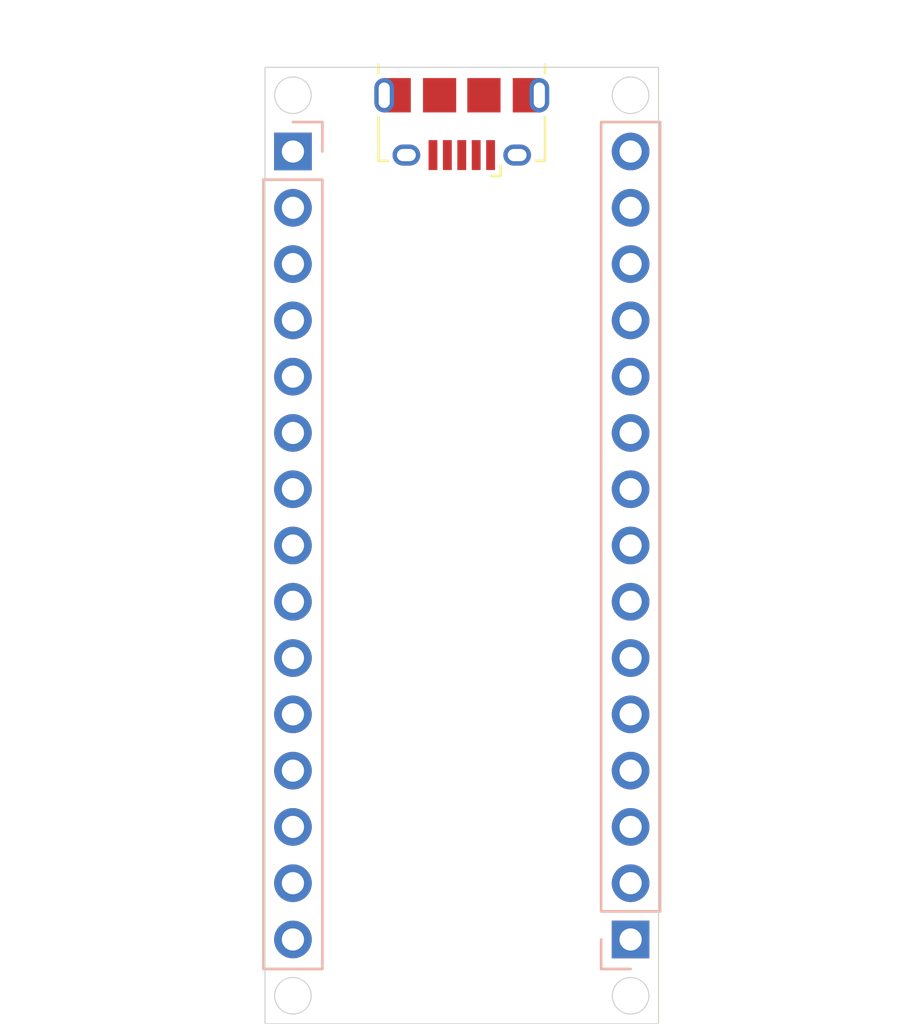
<source format=kicad_pcb>
(kicad_pcb (version 20221018) (generator pcbnew)
  (layers (0 "F.Cu" signal) (31 "B.Cu" signal) (34 "B.Paste" user) (35 "F.Paste" user) (36 "B.SilkS" user "B.Silkscreen") (37 "F.SilkS" user "F.Silkscreen") (38 "B.Mask" user) (39 "F.Mask" user) (44 "Edge.Cuts" user))
  (net 0 "")
  (footprint "Connector_USB:USB_Micro-B_Amphenol_10118194_Horizontal" (layer "F.Cu") (at 101.6 31.78 180)
    (fp_text reference "" (at 0 -3.5) (layer "F.SilkS"))
    (fp_text value "USB_Micro-B_Amphenol_10118194_Horizontal")
    (fp_line (start -3.76 -1.66) (end -3.34 -1.66) (stroke (width 0.12)) (layer "F.SilkS"))
    (fp_line (start -3.76 0.32) (end -3.76 -1.66) (stroke (width 0.12)) (layer "F.SilkS"))
    (fp_line (start -3.76 2.69) (end -3.76 2.29) (stroke (width 0.12)) (layer "F.SilkS"))
    (fp_line (start -1.76 -1.89) (end -1.76 -2.34) (stroke (width 0.12)) (layer "F.SilkS"))
    (fp_line (start -1.31 -2.34) (end -1.76 -2.34) (stroke (width 0.12)) (layer "F.SilkS"))
    (fp_line (start 3.76 -1.66) (end 3.34 -1.66) (stroke (width 0.12)) (layer "F.SilkS"))
    (fp_line (start 3.76 0.32) (end 3.76 -1.66) (stroke (width 0.12)) (layer "F.SilkS"))
    (fp_line (start 3.76 2.29) (end 3.76 2.69) (stroke (width 0.12)) (layer "F.SilkS"))
    (pad "1" smd rect (at -1.3 -1.4 180) (size 0.4 1.35) (layers "F.Cu" "F.Paste" "F.Mask"))
    (pad "2" smd rect (at -0.65 -1.4 180) (size 0.4 1.35) (layers "F.Cu" "F.Paste" "F.Mask"))
    (pad "3" smd rect (at 0 -1.4 180) (size 0.4 1.35) (layers "F.Cu" "F.Paste" "F.Mask"))
    (pad "4" smd rect (at 0.65 -1.4 180) (size 0.4 1.35) (layers "F.Cu" "F.Paste" "F.Mask"))
    (pad "5" smd rect (at 1.3 -1.4 180) (size 0.4 1.35) (layers "F.Cu" "F.Paste" "F.Mask"))
    (pad "6" thru_hole oval (at -3.5 1.3 180) (size 0.89 1.55) (drill oval 0.5 1.15) (layers "*.Cu" "*.Mask"))
    (pad "6" smd rect (at -2.9 1.3 180) (size 1.2 1.55) (layers "F.Cu" "F.Paste" "F.Mask"))
    (pad "6" thru_hole oval (at -2.5 -1.4 180) (size 1.25 0.95) (drill oval 0.85 0.55) (layers "*.Cu" "*.Mask"))
    (pad "6" smd rect (at -1 1.3 180) (size 1.5 1.55) (layers "F.Cu" "F.Paste" "F.Mask"))
    (pad "6" smd rect (at 1 1.3 180) (size 1.5 1.55) (layers "F.Cu" "F.Paste" "F.Mask"))
    (pad "6" thru_hole oval (at 2.5 -1.4 180) (size 1.25 0.95) (drill oval 0.85 0.55) (layers "*.Cu" "*.Mask"))
    (pad "6" smd rect (at 2.9 1.3 180) (size 1.2 1.55) (layers "F.Cu" "F.Paste" "F.Mask"))
    (pad "6" thru_hole oval (at 3.5 1.3 180) (size 0.89 1.55) (drill oval 0.5 1.15) (layers "*.Cu" "*.Mask"))
  )
  (footprint "Connector_PinHeader_2.54mm:PinHeader_1x15_P2.54mm_Vertical" (layer "B.Cu") (at 93.98 33.02 180)
    (fp_text reference "" (at 0 2.33) (layer "B.SilkS") (effects (justify mirror)))
    (fp_text value "PinHeader_1x15_P2.54mm_Vertical")
    (fp_line (start -1.33 -36.89) (end 1.33 -36.89) (stroke (width 0.12)) (layer "B.SilkS"))
    (fp_line (start -1.33 -1.27) (end -1.33 -36.89) (stroke (width 0.12)) (layer "B.SilkS"))
    (fp_line (start -1.33 -1.27) (end 1.33 -1.27) (stroke (width 0.12)) (layer "B.SilkS"))
    (fp_line (start -1.33 0) (end -1.33 1.33) (stroke (width 0.12)) (layer "B.SilkS"))
    (fp_line (start -1.33 1.33) (end 0 1.33) (stroke (width 0.12)) (layer "B.SilkS"))
    (fp_line (start 1.33 -1.27) (end 1.33 -36.89) (stroke (width 0.12)) (layer "B.SilkS"))
    (pad "1" thru_hole rect (at 0 0 180) (size 1.7 1.7) (drill 1) (layers "*.Cu" "*.Mask"))
    (pad "2" thru_hole oval (at 0 -2.54 180) (size 1.7 1.7) (drill 1) (layers "*.Cu" "*.Mask"))
    (pad "3" thru_hole oval (at 0 -5.08 180) (size 1.7 1.7) (drill 1) (layers "*.Cu" "*.Mask"))
    (pad "4" thru_hole oval (at 0 -7.62 180) (size 1.7 1.7) (drill 1) (layers "*.Cu" "*.Mask"))
    (pad "5" thru_hole oval (at 0 -10.16 180) (size 1.7 1.7) (drill 1) (layers "*.Cu" "*.Mask"))
    (pad "6" thru_hole oval (at 0 -12.7 180) (size 1.7 1.7) (drill 1) (layers "*.Cu" "*.Mask"))
    (pad "7" thru_hole oval (at 0 -15.24 180) (size 1.7 1.7) (drill 1) (layers "*.Cu" "*.Mask"))
    (pad "8" thru_hole oval (at 0 -17.78 180) (size 1.7 1.7) (drill 1) (layers "*.Cu" "*.Mask"))
    (pad "9" thru_hole oval (at 0 -20.32 180) (size 1.7 1.7) (drill 1) (layers "*.Cu" "*.Mask"))
    (pad "10" thru_hole oval (at 0 -22.86 180) (size 1.7 1.7) (drill 1) (layers "*.Cu" "*.Mask"))
    (pad "11" thru_hole oval (at 0 -25.4 180) (size 1.7 1.7) (drill 1) (layers "*.Cu" "*.Mask"))
    (pad "12" thru_hole oval (at 0 -27.94 180) (size 1.7 1.7) (drill 1) (layers "*.Cu" "*.Mask"))
    (pad "13" thru_hole oval (at 0 -30.48 180) (size 1.7 1.7) (drill 1) (layers "*.Cu" "*.Mask"))
    (pad "14" thru_hole oval (at 0 -33.02 180) (size 1.7 1.7) (drill 1) (layers "*.Cu" "*.Mask"))
    (pad "15" thru_hole oval (at 0 -35.56 180) (size 1.7 1.7) (drill 1) (layers "*.Cu" "*.Mask"))
  )
  (footprint "Connector_PinHeader_2.54mm:PinHeader_1x15_P2.54mm_Vertical" (layer "B.Cu") (at 109.22 68.58)
    (fp_text reference "" (at 0 2.33) (layer "B.SilkS") (effects (justify mirror)))
    (fp_text value "PinHeader_1x15_P2.54mm_Vertical")
    (fp_line (start -1.33 -36.89) (end 1.33 -36.89) (stroke (width 0.12)) (layer "B.SilkS"))
    (fp_line (start -1.33 -1.27) (end -1.33 -36.89) (stroke (width 0.12)) (layer "B.SilkS"))
    (fp_line (start -1.33 -1.27) (end 1.33 -1.27) (stroke (width 0.12)) (layer "B.SilkS"))
    (fp_line (start -1.33 0) (end -1.33 1.33) (stroke (width 0.12)) (layer "B.SilkS"))
    (fp_line (start -1.33 1.33) (end 0 1.33) (stroke (width 0.12)) (layer "B.SilkS"))
    (fp_line (start 1.33 -1.27) (end 1.33 -36.89) (stroke (width 0.12)) (layer "B.SilkS"))
    (pad "1" thru_hole rect (at 0 0) (size 1.7 1.7) (drill 1) (layers "*.Cu" "*.Mask"))
    (pad "2" thru_hole oval (at 0 -2.54) (size 1.7 1.7) (drill 1) (layers "*.Cu" "*.Mask"))
    (pad "3" thru_hole oval (at 0 -5.08) (size 1.7 1.7) (drill 1) (layers "*.Cu" "*.Mask"))
    (pad "4" thru_hole oval (at 0 -7.62) (size 1.7 1.7) (drill 1) (layers "*.Cu" "*.Mask"))
    (pad "5" thru_hole oval (at 0 -10.16) (size 1.7 1.7) (drill 1) (layers "*.Cu" "*.Mask"))
    (pad "6" thru_hole oval (at 0 -12.7) (size 1.7 1.7) (drill 1) (layers "*.Cu" "*.Mask"))
    (pad "7" thru_hole oval (at 0 -15.24) (size 1.7 1.7) (drill 1) (layers "*.Cu" "*.Mask"))
    (pad "8" thru_hole oval (at 0 -17.78) (size 1.7 1.7) (drill 1) (layers "*.Cu" "*.Mask"))
    (pad "9" thru_hole oval (at 0 -20.32) (size 1.7 1.7) (drill 1) (layers "*.Cu" "*.Mask"))
    (pad "10" thru_hole oval (at 0 -22.86) (size 1.7 1.7) (drill 1) (layers "*.Cu" "*.Mask"))
    (pad "11" thru_hole oval (at 0 -25.4) (size 1.7 1.7) (drill 1) (layers "*.Cu" "*.Mask"))
    (pad "12" thru_hole oval (at 0 -27.94) (size 1.7 1.7) (drill 1) (layers "*.Cu" "*.Mask"))
    (pad "13" thru_hole oval (at 0 -30.48) (size 1.7 1.7) (drill 1) (layers "*.Cu" "*.Mask"))
    (pad "14" thru_hole oval (at 0 -33.02) (size 1.7 1.7) (drill 1) (layers "*.Cu" "*.Mask"))
    (pad "15" thru_hole oval (at 0 -35.56) (size 1.7 1.7) (drill 1) (layers "*.Cu" "*.Mask"))
  )
  (gr_circle (center 93.98 30.48) (end 94.805 30.48) (stroke (width 0.05)) (fill none) (layer "Edge.Cuts"))
  (gr_rect (start 92.72 29.22) (end 110.48 72.38) (stroke (width 0.05)) (fill none) (layer "Edge.Cuts"))
  (gr_circle (center 93.98 71.12) (end 94.805 71.12) (stroke (width 0.05)) (fill none) (layer "Edge.Cuts"))
  (gr_circle (center 109.22 30.48) (end 110.045 30.48) (stroke (width 0.05)) (fill none) (layer "Edge.Cuts"))
  (gr_circle (center 109.22 71.12) (end 110.045 71.12) (stroke (width 0.05)) (fill none) (layer "Edge.Cuts"))
)
</source>
